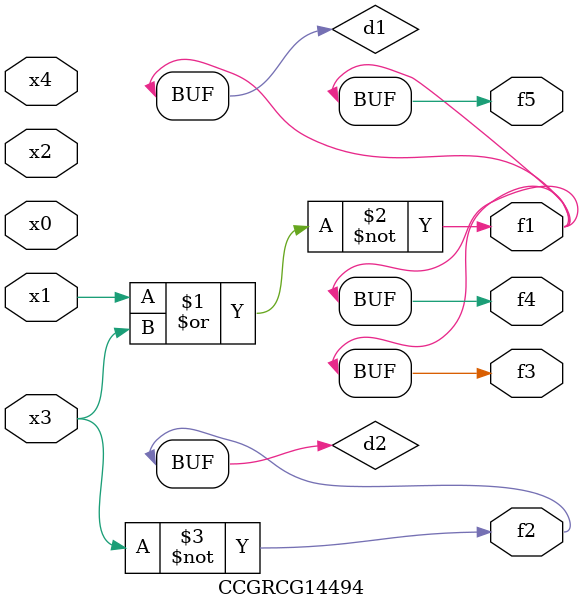
<source format=v>
module CCGRCG14494(
	input x0, x1, x2, x3, x4,
	output f1, f2, f3, f4, f5
);

	wire d1, d2;

	nor (d1, x1, x3);
	not (d2, x3);
	assign f1 = d1;
	assign f2 = d2;
	assign f3 = d1;
	assign f4 = d1;
	assign f5 = d1;
endmodule

</source>
